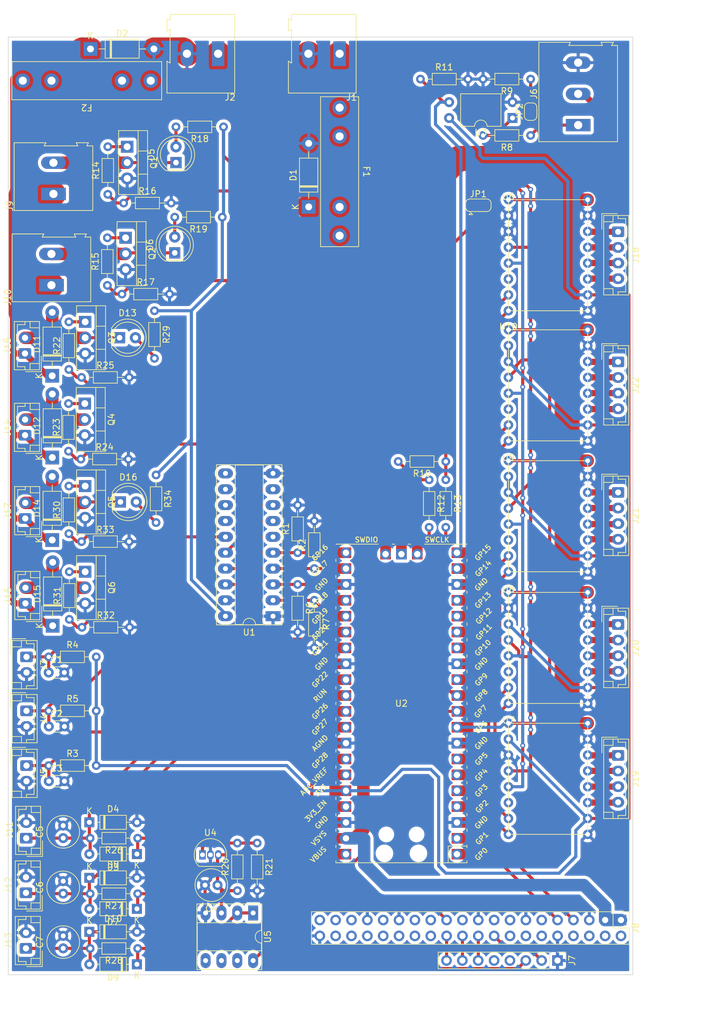
<source format=kicad_pcb>
(kicad_pcb (version 20211014) (generator pcbnew)
  (layers (0 "F.Cu" signal) (31 "B.Cu" signal) (34 "B.Paste" user) (35 "F.Paste" user) (36 "B.SilkS" user "B.Silkscreen") (37 "F.SilkS" user "F.Silkscreen") (38 "B.Mask" user) (39 "F.Mask" user) (44 "Edge.Cuts" user))
  (net 0 "")
  (net 1 "/MinX")
  (net 2 "GND")
  (net 3 "/MinY")
  (net 4 "/MinZ")
  (net 5 "/Vref")
  (net 6 "/T0")
  (net 7 "/T1")
  (net 8 "/T2")
  (net 9 "/5V")
  (net 10 "+24V")
  (net 11 "/ADC_Ref")
  (net 12 "Net-(D5-Pad1)")
  (net 13 "Net-(D5-Pad2)")
  (net 14 "Net-(D6-Pad1)")
  (net 15 "Net-(D6-Pad2)")
  (net 16 "Net-(D11-Pad2)")
  (net 17 "Net-(D12-Pad2)")
  (net 18 "Net-(D13-Pad2)")
  (net 19 "Net-(D14-Pad2)")
  (net 20 "Net-(D15-Pad2)")
  (net 21 "Net-(D16-Pad2)")
  (net 22 "Net-(F1-Pad1)")
  (net 23 "Net-(F2-Pad1)")
  (net 24 "Net-(J6-Pad1)")
  (net 25 "/3V3_Pi")
  (net 26 "/Ceo")
  (net 29 "/Mosi")
  (net 30 "/Miso")
  (net 31 "/Sclk")
  (net 35 "/D-")
  (net 37 "/D+")
  (net 58 "Net-(J18-Pad1)")
  (net 59 "Net-(J18-Pad2)")
  (net 60 "Net-(J18-Pad3)")
  (net 61 "Net-(J18-Pad4)")
  (net 62 "Net-(J19-Pad1)")
  (net 63 "Net-(J19-Pad2)")
  (net 64 "Net-(J19-Pad3)")
  (net 65 "Net-(J19-Pad4)")
  (net 66 "Net-(J20-Pad1)")
  (net 67 "Net-(J20-Pad2)")
  (net 68 "Net-(J20-Pad3)")
  (net 69 "Net-(J20-Pad4)")
  (net 70 "Net-(J21-Pad1)")
  (net 71 "Net-(J21-Pad2)")
  (net 72 "Net-(J21-Pad3)")
  (net 73 "Net-(J21-Pad4)")
  (net 74 "Net-(J22-Pad1)")
  (net 75 "Net-(J22-Pad2)")
  (net 76 "Net-(J22-Pad3)")
  (net 77 "Net-(J22-Pad4)")
  (net 78 "/PDN")
  (net 79 "/UART")
  (net 80 "/TMC_U")
  (net 81 "Net-(JP2-Pad2)")
  (net 82 "Net-(Q1-Pad1)")
  (net 83 "Net-(Q2-Pad1)")
  (net 84 "Net-(Q3-Pad1)")
  (net 85 "Net-(Q4-Pad1)")
  (net 86 "Net-(Q5-Pad1)")
  (net 87 "Net-(Q6-Pad1)")
  (net 88 "/Fan_Print")
  (net 89 "/Fan_PWR")
  (net 90 "/3V3")
  (net 91 "/Heat_Bed")
  (net 92 "/Extruder")
  (net 93 "Net-(R8-Pad2)")
  (net 94 "Net-(R10-Pad2)")
  (net 95 "/Sw")
  (net 96 "/USART_Tx")
  (net 97 "/USART_Rx")
  (net 98 "/Ext")
  (net 99 "/Bed")
  (net 100 "Net-(R20-Pad2)")
  (net 101 "/Fan0")
  (net 102 "/Fan1")
  (net 111 "/DirX")
  (net 112 "/StepX")
  (net 113 "/DirY")
  (net 114 "/StepY")
  (net 115 "/En")
  (net 116 "/DirZ0")
  (net 117 "/StepZ0")
  (net 118 "/DirZ1")
  (net 119 "/StepZ1")
  (net 120 "/DirE")
  (net 121 "/StepE")
  (footprint "Diode_THT:D_DO-41_SOD81_P10.16mm_Horizontal" (layer "F.Cu") (at 46.358 123.441 90)
    (fp_text reference "D15")
    (fp_text value "1N5819")
  )
  (footprint "Package_TO_SOT_THT:TO-92_Inline" (layer "F.Cu") (at 70.361 160.123)
    (fp_text reference "U4")
    (fp_text value "TL431LP")
  )
  (footprint "Connector_JST:JST_EH_B2B-EH-A_1x02_P2.50mm_Vertical" (layer "F.Cu") (at 42.167 145.833 -90)
    (fp_text reference "J5")
    (fp_text value "Min_Z")
  )
  (footprint "TerminalBlock:TerminalBlock_Altech_AK300-2_P5.00mm" (layer "F.Cu") (at 72.872 31.874 180)
    (fp_text reference "J2")
    (fp_text value "24V Input")
  )
  (footprint "Resistor_THT:R_Axial_DIN0204_L3.6mm_D1.6mm_P7.62mm_Horizontal" (layer "F.Cu") (at 109.347 97.155 180)
    (fp_text reference "R10")
    (fp_text value "1k")
  )
  (footprint "Resistor_THT:R_Axial_DIN0204_L3.6mm_D1.6mm_P7.62mm_Horizontal" (layer "F.Cu") (at 59.982 175.11 180)
    (fp_text reference "R28")
    (fp_text value "4.7k")
  )
  (footprint "LED_THT:LED_D5.0mm" (layer "F.Cu") (at 65.916 63.756 90)
    (fp_text reference "D6")
    (fp_text value "LED_Small")
  )
  (footprint "Resistor_THT:R_Axial_DIN0204_L3.6mm_D1.6mm_P7.62mm_Horizontal" (layer "F.Cu") (at 79.124 158.239 -90)
    (fp_text reference "R21")
    (fp_text value "10k")
  )
  (footprint "Package_TO_SOT_THT:TO-220-3_Vertical" (layer "F.Cu") (at 51.565 74.8 -90)
    (fp_text reference "Q3")
    (fp_text value "IRF540N")
  )
  (footprint "Resistor_THT:R_Axial_DIN0204_L3.6mm_D1.6mm_P7.62mm_Horizontal" (layer "F.Cu") (at 57.463 70.355)
    (fp_text reference "R17")
    (fp_text value "100k")
  )
  (footprint "Capacitor_THT:C_Radial_D5.0mm_H11.0mm_P2.00mm" (layer "F.Cu") (at 72.774 164.97 180)
    (fp_text reference "C4")
    (fp_text value "2.2uF")
  )
  (footprint "moje:TMC2209" (layer "F.Cu") (at 119.383 55.242)
    (fp_text reference "U6")
    (fp_text value "TMC2209")
  )
  (footprint "Resistor_THT:R_Axial_DIN0204_L3.6mm_D1.6mm_P7.62mm_Horizontal" (layer "F.Cu") (at 50.986 83.69)
    (fp_text reference "R25")
    (fp_text value "100k")
  )
  (footprint "Package_DIP:DIP-8_W7.62mm_Socket_LongPads" (layer "F.Cu") (at 78.479 169.425 -90)
    (fp_text reference "U5")
    (fp_text value "LM358")
  )
  (footprint "Package_DIP:DIP-4_W10.16mm" (layer "F.Cu") (at 120.038 42.166 180)
    (fp_text reference "U3")
    (fp_text value "LTV-817M")
  )
  (footprint "Resistor_THT:R_Axial_DIN0204_L3.6mm_D1.6mm_P7.62mm_Horizontal" (layer "F.Cu") (at 49.025 122.425 90)
    (fp_text reference "R31")
    (fp_text value "10")
  )
  (footprint "Package_TO_SOT_THT:TO-220-3_Vertical" (layer "F.Cu") (at 58.042 61.338 -90)
    (fp_text reference "Q2")
    (fp_text value "IRF540N")
  )
  (footprint "Resistor_THT:R_Axial_DIN0204_L3.6mm_D1.6mm_P7.62mm_Horizontal" (layer "F.Cu") (at 62.924 99.311 -90)
    (fp_text reference "R34")
    (fp_text value "1k")
  )
  (footprint "TerminalBlock:TerminalBlock_Altech_AK300-2_P5.00mm" (layer "F.Cu") (at 46.16 68.929 90)
    (fp_text reference "J10")
    (fp_text value "Heat_Bed")
  )
  (footprint "Resistor_THT:R_Axial_DIN0204_L3.6mm_D1.6mm_P7.62mm_Horizontal" (layer "F.Cu") (at 73.734 43.587 180)
    (fp_text reference "R18")
    (fp_text value "1k")
  )
  (footprint "Capacitor_THT:C_Radial_D5.0mm_H11.0mm_P2.00mm" (layer "F.Cu") (at 48.044 157.441 90)
    (fp_text reference "C5")
    (fp_text value "10uF")
  )
  (footprint "Resistor_THT:R_Axial_DIN0204_L3.6mm_D1.6mm_P7.62mm_Horizontal" (layer "F.Cu") (at 122.939 44.955 180)
    (fp_text reference "R8")
    (fp_text value "1k")
  )
  (footprint "MCU_RaspberryPi_and_Boards:RPi_Pico_SMD_TH" (layer "F.Cu") (at 102.238 135.887 180)
    (fp_text reference "U2")
    (fp_text value "Pico")
  )
  (footprint "Capacitor_THT:C_Radial_D5.0mm_H11.0mm_P2.00mm" (layer "F.Cu") (at 48.044 175.094 90)
    (fp_text reference "C7")
    (fp_text value "10uF")
  )
  (footprint "Resistor_THT:R_Axial_DIN0204_L3.6mm_D1.6mm_P7.62mm_Horizontal" (layer "F.Cu") (at 50.874 96.771)
    (fp_text reference "R24")
    (fp_text value "100k")
  )
  (footprint "Diode_THT:D_DO-35_SOD27_P7.62mm_Horizontal" (layer "F.Cu") (at 52.235 172.443)
    (fp_text reference "D10")
    (fp_text value "1N4448")
  )
  (footprint "Resistor_THT:R_Axial_DIN0204_L3.6mm_D1.6mm_P7.62mm_Horizontal" (layer "F.Cu") (at 57.732 55.779)
    (fp_text reference "R16")
    (fp_text value "100k")
  )
  (footprint "Connector_JST:JST_EH_B2B-EH-A_1x02_P2.50mm_Vertical" (layer "F.Cu") (at 41.994 119.865 90)
    (fp_text reference "J16")
    (fp_text value "Fan1")
  )
  (footprint "Jumper:SolderJumper-2_P1.3mm_Open_RoundedPad1.0x1.5mm" (layer "F.Cu") (at 122.939 41.145 90)
    (fp_text reference "JP2")
    (fp_text value "PNP/NPN")
  )
  (footprint "Connector_JST:JST_EH_B2B-EH-A_1x02_P2.50mm_Vertical" (layer "F.Cu") (at 41.923 79.86 90)
    (fp_text reference "J15")
    (fp_text value "Fan0")
  )
  (footprint "Package_DIP:DIP-20_W7.62mm_Socket_LongPads" (layer "F.Cu") (at 81.664 121.917 180)
    (fp_text reference "U1")
    (fp_text value "74HCT541")
  )
  (footprint "Resistor_THT:R_Axial_DIN0204_L3.6mm_D1.6mm_P7.62mm_Horizontal" (layer "F.Cu") (at 109.347 100.076 -90)
    (fp_text reference "R13")
    (fp_text value "100")
  )
  (footprint "LED_THT:LED_D5.0mm" (layer "F.Cu") (at 57.209 103.629)
    (fp_text reference "D16")
    (fp_text value "LED_Small")
  )
  (footprint "Package_TO_SOT_THT:TO-220-3_Vertical" (layer "F.Cu") (at 58.296 46.762 -90)
    (fp_text reference "Q1")
    (fp_text value "IRF540N")
  )
  (footprint "moje:TMC2209" (layer "F.Cu") (at 119.383 118.107)
    (fp_text reference "U8")
    (fp_text value "TMC2209")
  )
  (footprint "Diode_THT:D_DO-35_SOD27_P7.62mm_Horizontal" (layer "F.Cu") (at 52.235 154.917)
    (fp_text reference "D4")
    (fp_text value "1N4448")
  )
  (footprint "Resistor_THT:R_Axial_DIN0204_L3.6mm_D1.6mm_P7.62mm_Horizontal" (layer "F.Cu") (at 45.723 145.833)
    (fp_text reference "R3")
    (fp_text value "10k")
  )
  (footprint "Resistor_THT:R_Axial_DIN0204_L3.6mm_D1.6mm_P7.62mm_Horizontal" (layer "F.Cu") (at 73.536 58.036 180)
    (fp_text reference "R19")
    (fp_text value "1k")
  )
  (footprint "Jumper:SolderJumper-3_P1.3mm_Open_RoundedPad1.0x1.5mm" (layer "F.Cu") (at 114.554 56.134)
    (fp_text reference "JP1")
    (fp_text value "PDN/UART")
  )
  (footprint "Capacitor_THT:C_Disc_D3.0mm_W1.6mm_P2.50mm" (layer "F.Cu") (at 45.743 139.57)
    (fp_text reference "C2")
    (fp_text value "0.1uF")
  )
  (footprint "Connector_JST:JST_EH_B2B-EH-A_1x02_P2.50mm_Vertical" (layer "F.Cu") (at 42.075 175.09 90)
    (fp_text reference "J13")
    (fp_text value "T2")
  )
  (footprint "Resistor_THT:R_Axial_DIN0204_L3.6mm_D1.6mm_P7.62mm_Horizontal" (layer "F.Cu") (at 48.954 82.42 90)
    (fp_text reference "R22")
    (fp_text value "10")
  )
  (footprint "Connector_JST:JST_EH_B2B-EH-A_1x02_P2.50mm_Vertical" (layer "F.Cu") (at 42.121 157.457 90)
    (fp_text reference "J11")
    (fp_text value "T0")
  )
  (footprint "Resistor_THT:R_Axial_DIN0204_L3.6mm_D1.6mm_P7.62mm_Horizontal" (layer "F.Cu") (at 88.278 119.373 -90)
    (fp_text reference "R7")
    (fp_text value "10k")
  )
  (footprint "Diode_THT:D_DO-41_SOD81_P10.16mm_Horizontal" (layer "F.Cu") (at 87.376 56.388 90)
    (fp_text reference "D1")
    (fp_text value "1N4001")
  )
  (footprint "Connector_PinHeader_2.54mm:PinHeader_2x20_P2.54mm_Vertical" (layer "F.Cu") (at 137.417 170.558 -90)
    (fp_text reference "J8")
    (fp_text value "Raspberry Pi 3B")
  )
  (footprint "TerminalBlock:TerminalBlock_Altech_AK300-2_P5.00mm" (layer "F.Cu") (at 46.485 54.324 90)
    (fp_text reference "J9")
    (fp_text value "Extruder")
  )
  (footprint "Connector_PinHeader_2.54mm:PinHeader_1x08_P2.54mm_Vertical" (layer "F.Cu") (at 127.242 177.035 -90)
    (fp_text reference "J7")
    (fp_text value "ADX345")
  )
  (footprint "Diode_THT:D_DO-41_SOD81_P10.16mm_Horizontal" (layer "F.Cu") (at 52.417 31.112)
    (fp_text reference "D2")
    (fp_text value "1N4001")
  )
  (footprint "Connector_JST:JST_EH_B2B-EH-A_1x02_P2.50mm_Vertical" (layer "F.Cu") (at 41.938 92.941 90)
    (fp_text reference "J14")
    (fp_text value "Fan0")
  )
  (footprint "Connector_JST:JST_EH_B4B-EH-A_1x04_P2.50mm_Vertical" (layer "F.Cu") (at 136.955 81.21 -90)
    (fp_text reference "J22")
    (fp_text value "Z2")
  )
  (footprint "Connector_JST:JST_EH_B2B-EH-A_1x02_P2.50mm_Vertical" (layer "F.Cu") (at 42.075 166.2 90)
    (fp_text reference "J12")
    (fp_text value "T1")
  )
  (footprint "Resistor_THT:R_Axial_DIN0204_L3.6mm_D1.6mm_P7.62mm_Horizontal" (layer "F.Cu") (at 50.986 109.979)
    (fp_text reference "R33")
    (fp_text value "100k")
  )
  (footprint "Resistor_THT:R_Axial_DIN0204_L3.6mm_D1.6mm_P7.62mm_Horizontal" (layer "F.Cu") (at 106.68 100.076 -90)
    (fp_text reference "R12")
    (fp_text value "100")
  )
  (footprint "Diode_THT:D_DO-41_SOD81_P10.16mm_Horizontal" (layer "F.Cu") (at 46.302 96.517 90)
    (fp_text reference "D12")
    (fp_text value "1N5819")
  )
  (footprint "Package_TO_SOT_THT:TO-220-3_Vertical" (layer "F.Cu") (at 51.565 114.805 -90)
    (fp_text reference "Q6")
    (fp_text value "IRF540N")
  )
  (footprint "Diode_THT:D_DO-35_SOD27_P7.62mm_Horizontal" (layer "F.Cu") (at 59.855 168.76 180)
    (fp_text reference "D7")
    (fp_text value "1N4448")
  )
  (footprint "Resistor_THT:R_Axial_DIN0204_L3.6mm_D1.6mm_P7.62mm_Horizontal" (layer "F.Cu") (at 62.67 73.022 -90)
    (fp_text reference "R29")
    (fp_text value "1k")
  )
  (footprint "Diode_THT:D_DO-35_SOD27_P7.62mm_Horizontal" (layer "F.Cu") (at 59.855 177.65 180)
    (fp_text reference "D9")
    (fp_text value "1N4448")
  )
  (footprint "Diode_THT:D_DO-41_SOD81_P10.16mm_Horizontal" (layer "F.Cu") (at 46.287 83.436 90)
    (fp_text reference "D11")
    (fp_text value "1N5819")
  )
  (footprint "Resistor_THT:R_Axial_DIN0204_L3.6mm_D1.6mm_P7.62mm_Horizontal" (layer "F.Cu") (at 55.121 68.958 90)
    (fp_text reference "R15")
    (fp_text value "10")
  )
  (footprint "Connector_JST:JST_EH_B2B-EH-A_1x02_P2.50mm_Vertical" (layer "F.Cu") (at 42.167 128.434 -90)
    (fp_text reference "J3")
    (fp_text value "Min_X")
  )
  (footprint "Resistor_THT:R_Axial_DIN0204_L3.6mm_D1.6mm_P7.62mm_Horizontal" (layer "F.Cu") (at 45.723 128.434)
    (fp_text reference "R4")
    (fp_text value "10k")
  )
  (footprint "Resistor_THT:R_Axial_DIN0204_L3.6mm_D1.6mm_P7.62mm_Horizontal" (layer "F.Cu") (at 55.192 54.382 90)
    (fp_text reference "R14")
    (fp_text value "10")
  )
  (footprint "Resistor_THT:R_Axial_DIN0204_L3.6mm_D1.6mm_P7.62mm_Horizontal" (layer "F.Cu") (at 48.898 95.501 90)
    (fp_text reference "R23")
    (fp_text value "10")
  )
  (footprint "Capacitor_THT:C_Radial_D5.0mm_H11.0mm_P2.00mm" (layer "F.Cu") (at 48.044 166.331 90)
    (fp_text reference "C6")
    (fp_text value "10uF")
  )
  (footprint "Fuse:Fuseholder_Littelfuse_100_series_5x20mm" (layer "F.Cu") (at 62.069 36.192 180)
    (fp_text reference "F2")
    (fp_text value "Fuse")
  )
  (footprint "Resistor_THT:R_Axial_DIN0204_L3.6mm_D1.6mm_P7.62mm_Horizontal" (layer "F.Cu") (at 88.278 114.293 90)
    (fp_text reference "R2")
    (fp_text value "10k")
  )
  (footprint "moje:TMC2209" (layer "F.Cu") (at 119.383 139.062)
    (fp_text reference "U7")
    (fp_text value "TMC2209")
  )
  (footprint "Connector_JST:JST_EH_B4B-EH-A_1x04_P2.50mm_Vertical" (layer "F.Cu") (at 136.955 60.382 -90)
    (fp_text reference "J18")
    (fp_text value "E")
  )
  (footprint "Capacitor_THT:C_Disc_D3.0mm_W1.6mm_P2.50mm" (layer "F.Cu") (at 45.723 130.934)
    (fp_text reference "C1")
    (fp_text value "0.1uF")
  )
  (footprint "Resistor_THT:R_Axial_DIN0204_L3.6mm_D1.6mm_P7.62mm_Horizontal" (layer "F.Cu") (at 45.723 137.07)
    (fp_text reference "R5")
    (fp_text value "10k")
  )
  (footprint "TerminalBlock:TerminalBlock_Altech_AK300-2_P5.00mm" (layer "F.Cu") (at 92.332 31.874 180)
    (fp_text reference "J1")
    (fp_text value "5V Input")
  )
  (footprint "Resistor_THT:R_Axial_DIN0204_L3.6mm_D1.6mm_P7.62mm_Horizontal" (layer "F.Cu") (at 59.982 166.347 180)
    (fp_text reference "R27")
    (fp_text value "4.7k")
  )
  (footprint "Diode_THT:D_DO-41_SOD81_P10.16mm_Horizontal" (layer "F.Cu") (at 46.287 109.725 90)
    (fp_text reference "D14")
    (fp_text value "1N5819")
  )
  (footprint "Connector_JST:JST_EH_B4B-EH-A_1x04_P2.50mm_Vertical" (layer "F.Cu") (at 136.955 123.247 -90)
    (fp_text reference "J20")
    (fp_text value "Y")
  )
  (footprint "Connector_JST:JST_EH_B2B-EH-A_1x02_P2.50mm_Vertical" (layer "F.Cu") (at 42.167 137.07 -90)
    (fp_text reference "J4")
    (fp_text value "Min_Y")
  )
  (footprint "Connector_JST:JST_EH_B2B-EH-A_1x02_P2.50mm_Vertical" (layer "F.Cu") (at 41.969 106.276 90)
    (fp_text reference "J17")
    (fp_text value "Fan1")
  )
  (footprint "Diode_THT:D_DO-35_SOD27_P7.62mm_Horizontal" (layer "F.Cu") (at 59.855 159.997 180)
    (fp_text reference "D3")
    (fp_text value "1N4448")
  )
  (footprint "Resistor_THT:R_Axial_DIN0204_L3.6mm_D1.6mm_P7.62mm_Horizontal" (layer "F.Cu") (at 122.939 35.938 180)
    (fp_text reference "R9")
    (fp_text value "10k")
  )
  (footprint "Resistor_THT:R_Axial_DIN0204_L3.6mm_D1.6mm_P7.62mm_Horizontal" (layer "F.Cu") (at 48.954 108.709 90)
    (fp_text reference "R30")
    (fp_text value "10")
  )
  (footprint "LED_THT:LED_D5.0mm" (layer "F.Cu") (at 66.114 49.307 90)
    (fp_text reference "D5")
    (fp_text value "LED_Small")
  )
  (footprint "Connector_JST:JST_EH_B4B-EH-A_1x04_P2.50mm_Vertical" (layer "F.Cu") (at 136.955 102.105 -90)
    (fp_text reference "J21")
    (fp_text value "Z1")
  )
  (footprint "Resistor_THT:R_Axial_DIN0204_L3.6mm_D1.6mm_P7.62mm_Horizontal" (layer "F.Cu") (at 75.949 165.859 90)
    (fp_text reference "R20")
    (fp_text value "2k")
  )
  (footprint "moje:TMC2209" (layer "F.Cu") (at 119.383 97.025)
    (fp_text reference "U9")
    (fp_text value "TMC2209")
  )
  (footprint "Resistor_THT:R_Axial_DIN0204_L3.6mm_D1.6mm_P7.62mm_Horizontal" (layer "F.Cu") (at 51.057 123.695)
    (fp_text reference "R32")
    (fp_text value "100k")
  )
  (footprint "Package_TO_SOT_THT:TO-220-3_Vertical" (layer "F.Cu") (at 51.565 101.089 -90)
    (fp_text reference "Q5")
    (fp_text value "IRF540N")
  )
  (footprint "Fuse:Fuseholder_Littelfuse_100_series_5x20mm" (layer "F.Cu") (at 92.332 40.51 -90)
    (fp_text reference "F1")
    (fp_text value "Fuse")
  )
  (footprint "Connector_JST:JST_EH_B4B-EH-A_1x04_P2.50mm_Vertical" (layer "F.Cu") (at 136.955 144.202 -90)
    (fp_text reference "J19")
    (fp_text value "X")
  )
  (footprint "Diode_THT:D_DO-35_SOD27_P7.62mm_Horizontal" (layer "F.Cu") (at 52.235 163.807)
    (fp_text reference "D8")
    (fp_text value "1N4448")
  )
  (footprint "TerminalBlock:TerminalBlock_Altech_AK300-3_P5.00mm" (layer "F.Cu") (at 130.559 43.304 90)
    (fp_text reference "J6")
    (fp_text value "Probe")
  )
  (footprint "Package_TO_SOT_THT:TO-220-3_Vertical" (layer "F.Cu") (at 51.509 87.881 -90)
    (fp_text reference "Q4")
    (fp_text value "IRF540N")
  )
  (footprint "LED_THT:LED_D5.0mm" (layer "F.Cu") (at 57.082 77.34)
    (fp_text reference "D13")
    (fp_text value "LED_Small")
  )
  (footprint "Resistor_THT:R_Axial_DIN0204_L3.6mm_D1.6mm_P7.62mm_Horizontal" (layer "F.Cu") (at 59.982 157.457 180)
    (fp_text reference "R26")
    (fp_text value "4.7k")
  )
  (footprint "moje:TMC2209" (layer "F.Cu") (at 119.383 76.07)
    (fp_text reference "U10")
    (fp_text value "TMC2209")
  )
  (footprint "Resistor_THT:R_Axial_DIN0204_L3.6mm_D1.6mm_P7.62mm_Horizontal" (layer "F.Cu") (at 105.286 35.938)
    (fp_text reference "R11")
    (fp_text value "10k")
  )
  (footprint "Capacitor_THT:C_Disc_D3.0mm_W1.6mm_P2.50mm" (layer "F.Cu") (at 45.743 148.333)
    (fp_text reference "C3")
    (fp_text value "0.1uF")
  )
  (footprint "Resistor_THT:R_Axial_DIN0204_L3.6mm_D1.6mm_P7.62mm_Horizontal" (layer "F.Cu") (at 85.611 111.753 90)
    (fp_text reference "R1")
    (fp_text value "10k")
  )
  (footprint "Resistor_THT:R_Axial_DIN0204_L3.6mm_D1.6mm_P7.62mm_Horizontal" (layer "F.Cu") (at 85.611 116.833 -90)
    (fp_text reference "R6")
    (fp_text value "10k")
  )
  (gr_rect (start 139.319 179.324) (end 39.243 29.21) (layer "Edge.Cuts") (width 0.1) (fill none))
  (segment (start 48.554 125.603) (end 45.723 128.434) (width 0.5) (layer "F.Cu") (net 1))
  (segment (start 93.348 124.457) (end 88.141 124.457) (width 0.5) (layer "F.Cu") (net 1))
  (segment (start 45.723 130.934) (end 45.723 128.434) (width 0.5) (layer "F.Cu") (net 1))
  (segment (start 88.141 124.457) (end 86.995 125.603) (width 0.5) (layer "F.Cu") (net 1))
  (segment (start 45.723 128.434) (end 42.167 128.434) (width 0.5) (layer "F.Cu") (net 1))
  (segment (start 86.995 125.603) (end 48.554 125.603) (width 0.5) (layer "F.Cu") (net 1))
  (segment (start 70.774 169.34) (end 70.859 169.425) (width 0.5) (layer "F.Cu") (net 2))
  (segment (start 48.37 130.974) (end 48.263 130.974) (width 0.5) (layer "F.Cu") (net 2))
  (segment (start 87.376 46.228) (end 87.376 31.918) (width 4) (layer "F.Cu") (net 2))
  (segment (start 70.774 164.97) (end 71.631 164.113) (width 0.5) (layer "F.Cu") (net 2))
  (segment (start 71.631 164.113) (end 71.631 160.123) (width 0.5) (layer "F.Cu") (net 2))
  (segment (start 67.28 31.282) (end 62.577 31.282) (width 4) (layer "F.Cu") (net 2))
  (segment (start 127.242 177.035) (end 127.242 173.113) (width 0.5) (layer "F.Cu") (net 2))
  (segment (start 127.242 173.113) (end 127.257 173.098) (width 0.5) (layer "F.Cu") (net 2))
  (segment (start 87.376 31.918) (end 87.332 31.874) (width 4) (layer "F.Cu") (net 2))
  (segment (start 70.774 164.97) (end 70.774 169.34) (width 0.5) (layer "F.Cu") (net 2))
  (segment (start 67.872 31.874) (end 67.28 31.282) (width 4) (layer "F.Cu") (net 2))
  (segment (start 45.743 139.57) (end 45.743 137.09) (width 0.5) (layer "F.Cu") (net 3))
  (segment (start 56.518 128.267) (end 49.66 135.125) (width 0.5) (layer "F.Cu") (net 3))
  (segment (start 45.723 136.395) (end 45.723 137.07) (width 0.5) (layer "F.Cu") (net 3))
  (segment (start 46.993 135.125) (end 45.723 136.395) (width 0.5) (layer "F.Cu") (net 3))
  (segment (start 45.723 137.07) (end 42.167 137.07) (width 0.5) (layer "F.Cu") (net 3))
  (segment (start 93.348 126.997) (end 90.808 126.997) (width 0.5) (layer "F.Cu") (net 3))
  (segment (start 90.808 126.997) (end 89.538 128.267) (width 0.5) (layer "F.Cu") (net 3))
  (segment (start 49.66 135.125) (end 46.993 135.125) (width 0.5) (layer "F.Cu") (net 3))
  (segment (start 45.743 137.09) (end 45.723 137.07) (width 0.5) (layer "F.Cu") (net 3))
  (segment (start 89.538 128.267) (end 56.518 128.267) (width 0.5) (layer "F.Cu") (net 3))
  (segment (start 45.743 148.333) (end 45.743 145.853) (width 0.5) (layer "F.Cu") (net 4))
  (segment (start 93.348 132.077) (end 62.741 132.077) (width 0.5) (layer "F.Cu") (net 4))
  (segment (start 62.741 132.077) (end 54.359 140.459) (width 0.5) (layer "F.Cu") (net 4))
  (segment (start 42.167 145.833) (end 45.723 145.833) (width 0.5) (layer "F.Cu") (net 4))
  (segment (start 54.359 140.459) (end 51.097 140.459) (width 0.5) (layer "F.Cu") (net 4))
  (segment (start 51.097 140.459) (end 45.723 145.833) (width 0.5) (layer "F.Cu") (net 4))
  (segment (start 45.743 145.853) (end 45.723 145.833) (width 0.5) (layer "F.Cu") (net 4))
  (segment (start 89.284 147.317) (end 93.348 147.317) (width 0.5) (layer "F.Cu") (net 5))
  (segment (start 75.949 165.859) (end 73.663 165.859) (width 0.5) (layer "F.Cu") (net 5))
  (segment (start 73.663 165.859) (end 72.774 164.97) (width 0.5) (layer "F.Cu") (net 5))
  (segment (start 73.399 169.425) (end 73.399 165.595) (width 0.5) (layer "F.Cu") (net 5))
  (segment (start 81.685 160.123) (end 87.884 153.924) (width 0.5) (layer "F.Cu") (net 5))
  (segment (start 72.774 160.25) (end 72.901 160.123) (width 0.5) (layer "F.Cu") (net 5))
  (segment (start 72.901 160.123) (end 81.685 160.123) (width 0.5) (layer "F.Cu") (net 5))
  (segment (start 87.884 153.924) (end 87.884 148.717) (width 0.5) (layer "F.Cu") (net 5))
  (segment (start 87.884 148.717) (end 89.284 147.317) (width 0.5) (layer "F.Cu") (net 5))
  (segment (start 73.399 165.595) (end 72.774 164.97) (width 0.5) (layer "F.Cu") (net 5))
  (segment (start 72.774 164.97) (end 72.774 160.25) (width 0.5) (layer "F.Cu") (net 5))
  (segment (start 52.2 152.397) (end 67.44 137.157) (width 0.5) (layer "F.Cu") (net 6))
  (segment (start 52.235 154.917) (end 52.235 152.432) (width 0.5) (layer "F.Cu") (net 6))
  (segment (start 42.137 157.441) (end 48.044 157.441) (width 0.5) (layer "F.Cu") (net 6))
  (segment (start 52.362 157.457) (end 52.362 159.87) (width 0.5) (layer "F.Cu") (net 6))
  (segment (start 52.362 159.87) (end 52.235 159.997) (width 0.5) (layer "F.Cu") (net 6))
  (segment (start 67.44 137.157) (end 93.348 137.157) (width 0.5) (layer "F.Cu") (net 6))
  (segment (start 48.044 157.441) (end 52.346 157.441) (width 0.5) (layer "F.Cu") (net 6))
  (segment (start 42.121 157.457) (end 42.137 157.441) (width 0.5) (layer "F.Cu") (net 6))
  (segment (start 52.235 154.917) (end 52.235 157.33) (width 0.5) (layer "F.Cu") (net 6))
  (segment (start 52.235 152.432) (end 52.2 152.397) (width 0.5) (layer "F.Cu") (net 6))
  (segment (start 52.346 157.441) (end 52.362 157.457) (width 0.5) (layer "F.Cu") (net 6))
  (segment (start 52.235 157.33) (end 52.362 157.457) (width 0.5) (layer "F.Cu") (net 6))
  (segment (start 48.06 166.347) (end 48.044 166.331) (width 0.5) (layer "F.Cu") (net 7))
  (segment (start 54.486 153.286) (end 54.486 162.303) (width 0.5) (layer "F.Cu") (net 7))
  (segment (start 54.486 162.303) (end 52.982 163.807) (width 0.5) (layer "F.Cu") (net 7))
  (segment (start 68.075 139.697) (end 54.486 153.286) (width 0.5) (layer "F.Cu") (net 7))
  (segment (start 48.044 166.331) (end 42.206 166.331) (width 0.5) (layer "F.Cu") (net 7))
  (segment (start 52.362 166.347) (end 52.362 168.633) (width 0.5) (layer "F.Cu") (net 7))
  (segment (start 93.348 139.697) (end 68.075 139.697) (width 0.5) (layer "F.Cu") (net 7))
  (segment (start 52.362 166.347) (end 48.06 166.347) (width 0.5) (layer "F.Cu") (net 7))
  (segment (start 52.235 166.22) (end 52.362 166.347) (width 0.5) (layer "F.Cu") (net 7))
  (segment (start 52.362 168.633) (end 52.235 168.76) (width 0.5) (layer "F.Cu") (net 7))
  (segment (start 42.206 166.331) (end 42.075 166.2) (width 0.5) (layer "F.Cu") (net 7))
  (segment (start 52.235 163.807) (end 52.235 166.22) (width 0.5) (layer "F.Cu") (net 7))
  (segment (start 52.982 163.807) (end 52.235 163.807) (width 0.5) (layer "F.Cu") (net 7))
  (segment (start 52.346 175.094) (end 52.362 175.11) (width 0.5) (layer "F.Cu") (net 8))
  (segment (start 42.075 175.09) (end 42.079 175.094) (width 0.5) (layer "F.Cu") (net 8))
  (segment (start 53.617 172.443) (end 52.235 172.443) (width 0.5) (layer "F.Cu") (net 8))
  (segment (start 93.348 144.777) (end 66.17 144.777) (width 0.5) (layer "F.Cu") (net 8))
  (segment (start 52.235 174.983) (end 52.362 175.11) (width 0.5) (layer "F.Cu") (net 8))
  (segment (start 55.756 155.191) (end 55.756 170.304) (width 0.5) (layer "F.Cu") (net 8))
  (segment (start 48.044 175.094) (end 52.346 175.094) (width 0.5) (layer "F.Cu") (net 8))
  (segment (start 52.362 175.11) (end 52.362 177.523) (width 0.5) (layer "F.Cu") (net 8))
  (segment (start 66.17 144.777) (end 55.756 155.191) (width 0.5) (layer "F.Cu") (net 8))
  (segment (start 52.362 177.523) (end 52.235 177.65) (width 0.5) (layer "F.Cu") (net 8))
  (segment (start 42.079 175.094) (end 48.044 175.094) (width 0.5) (layer "F.Cu") (net 8))
  (segment (start 52.235 172.443) (end 52.235 174.983) (width 0.5) (layer "F.Cu") (net 8))
  (segment (start 55.756 170.304) (end 53.617 172.443) (width 0.5) (layer "F.Cu") (net 8))
  (segment (start 84.455 170.053) (end 90.424 164.084) (width 0.5) (layer "F.Cu") (net 9))
  (segment (start 96.139 156.083) (end 96.139 64.817) (width 2) (layer "F.Cu") (net 9))
  (segment (start 84.455 171.069) (end 84.455 170.053) (width 0.5) (layer "F.Cu") (net 9))
  (segment (start 73.734 48.207) (end 81.915 56.388) (width 0.5) (layer "F.Cu") (net 9))
  (segment (start 96.139 159.826) (end 96.139 156.083) (width 0.5) (layer "F.Cu") (net 9))
  (segment (start 78.479 177.045) (end 84.455 171.069) (width 0.5) (layer "F.Cu") (net 9))
  (segment (start 73.734 43.587) (end 73.734 48.207) (width 0.5) (layer "F.Cu") (net 9))
  (segment (start 91.881 164.084) (end 96.139 159.826) (width 0.5) (layer "F.Cu") (net 9))
  (segment (start 92.332 56.41) (end 92.332 61.01) (width 4) (layer "F.Cu") (net 9))
  (segment (start 94.745 157.477) (end 96.139 156.083) (width 2) (layer "F.Cu") (net 9))
  (segment (start 96.139 64.817) (end 92.332 61.01) (width 2) (layer "F.Cu") (net 9))
  (segment (start 92.31 56.388) (end 92.332 56.41) (width 4) (layer "F.Cu") (net 9))
  (segment (start 81.915 56.388) (end 87.376 56.388) (width 0.5) (layer "F.Cu") (net 9))
  (segment (start 93.348 157.477) (end 94.745 157.477) (width 2) (layer "F.Cu") (net 9))
  (segment (start 90.424 164.084) (end 91.881 164.084) (width 0.5) (layer "F.Cu") (net 9))
  (segment (start 87.376 56.388) (end 92.31 56.388) (width 4) (layer "F.Cu") (net 9))
  (segment (start 134.877 170.558) (end 137.417 170.558) (width 2) (layer "B.Cu") (net 9))
  (segment (start 96.269 157.604) (end 96.142 157.477) (width 2) (layer "B.Cu") (net 9))
  (segment (start 68.583 93.652) (end 68.583 73.022) (width 0.5) (layer "B.Cu") (net 9))
  (segment (start 96.269 161.541) (end 96.269 157.604) (width 2) (layer "B.Cu") (net 9))
  (segment (start 62.924 99.311) (end 68.583 93.652) (width 0.5) (layer "B.Cu") (net 9))
  (segment (start 73.734 43.587) (end 73.734 57.838) (width 0.5) (layer "B.Cu") (net 9))
  (segment (start 68.583 116.083767) (end 68.583 93.652) (width 0.5) (layer "B.Cu") (net 9))
  (segment (start 73.536 68.069) (end 68.583 73.022) (width 0.5) (layer "B.Cu") (net 9))
  (segment (start 74.044 121.917) (end 74.044 121.544767) (width 0.5) (layer "B.Cu") (net 9))
  (segment (start 74.044 121.544767) (end 68.583 116.083767) (width 0.5) (layer "B.Cu") (net 9))
  (segment (start 134.877 168.399) (end 131.448 164.97) (width 2) (layer "B.Cu") (net 9))
  (segment (start 96.142 157.477) (end 93.348 157.477) (width 2) (layer "B.Cu") (net 9))
  (segment (start 131.448 164.97) (end 99.698 164.97) (width 2) (layer "B.Cu") (net 9))
  (segment (start 134.877 170.558) (end 134.877 168.399) (width 2) (layer "B.Cu") (net 9))
  (segment (start 73.536 58.036) (end 73.536 68.069) (width 0.5) (layer "B.Cu") (net 9))
  (segment (start 73.734 57.838) (end 73.536 58.036) (width 0.5) (layer "B.Cu") (net 9))
  (segment (start 68.583 73.022) (end 62.67 73.022) (width 0.5) (layer "B.Cu") (net 9))
  (segment (start 99.698 164.97) (end 96.269 161.541) (width 2) (layer "B.Cu") (net 9))
  (segment (start 40.008 92.834) (end 40.008 79.88) (width 1) (layer "F.Cu") (net 10))
  (segment (start 41.994 119.865) (end 40.115 119.865) (width 1) (layer "F.Cu") (net 10))
  (segment (start 41.569 36.192) (end 46.169 36.192) (width 4) (layer "F.Cu") (net 10))
  (segment (start 41.503 54.324) (end 41.347 54.48) (width 4) (layer "F.Cu") (net 10))
  (segment (start 79.121 49.149) (end 79.121 41.783) (width 4) (layer "F.Cu") (net 10))
  (segment (start 126.117 48.641) (end 111.379 48.641) (width 4) (layer "F.Cu") (net 10))
  (segment (start 128.908 139.062) (end 128.781 138.935) (width 2) (layer "F.Cu") (net 10))
  (segment (start 108.712 51.308) (end 81.28 51.308) (width 4) (layer "F.Cu") (net 10))
  (segment (start 40.115 92.941) (end 40.008 92.834) (width 1) (layer "F.Cu") (net 10))
  (segment (start 134.496 41.399) (end 134.496 45.59) (width 1) (layer "F.Cu") (net 10))
  (segment (start 46.485 54.324) (end 41.503 54.324) (width 4) (layer "F.Cu") (net 10))
  (segment (start 131.401 38.304) (end 134.496 41.399) (width 1) (layer "F.Cu") (net 10))
  (segment (start 77.73 40.392) (end 51.574 40.392) (width 4) (layer "F.Cu") (net 10))
  (segment (start 46.302 96.517) (end 45.514 96.517) (width 1) (layer "F.Cu") (net 10))
  (segment (start 111.379 48.641) (end 108.712 51.308) (width 4) (layer "F.Cu") (net 10))
  (segment (start 128.781 51.305) (end 126.117 48.641) (width 4) (layer "F.Cu") (net 10))
  (segment (start 45.418 109.725) (end 41.969 106.276) (width 1) (layer "F.Cu") (net 10))
  (segment (start 46.287 109.725) (end 45.418 109.725) (width 1) (layer "F.Cu") (net 10))
  (segment (start 128.908 55.242) (end 128.781 55.115) (width 2) (layer "F.Cu") (net 10))
  (segment (start 41.569 54.258) (end 41.569 36.192) (width 4) (layer "F.Cu") (net 10))
  (segment (start 41.321 71.963) (end 41.321 73.403) (width 4) (layer "F.Cu") (net 10))
  (segment (start 79.121 41.783) (end 77.73 40.392) (width 4) (layer "F.Cu") (net 10))
  (segment (start 46.287 83.436) (end 45.499 83.436) (width 1) (layer "F.Cu") (net 10))
  (segment (start 45.499 83.436) (end 41.923 79.86) (width 1) (layer "F.Cu") (net 10))
  (segment (start 132.083 97.025) (end 128.908 97.025) (width 2) (layer "F.Cu") (net 10))
  (segment (start 132.083 55.242) (end 128.908 55.242) (width 2) (layer "F.Cu") (net 10))
  (segment (start 40.008 106.296) (end 40.008 92.834) (width 1) (layer "F.Cu") (net 10))
  (segment (start 128.781 55.115) (end 128.781 138.935) (width 4) (layer "F.Cu") (net 10))
  (segment (start 129.035 118.107) (end 128.781 117.853) (width 2) (layer "F.Cu") (net 10))
  (segment (start 51.574 40.392) (end 51.565 40.383) (width 4) (layer "F.Cu") (net 10))
  (segment (start 40.008 79.88) (end 40.008 73.403) (width 1) (layer "F.Cu") (net 10))
  (segment (start 41.503 54.324) (end 41.569 54.258) (width 4) (layer "F.Cu") (net 10))
  (segment (start 41.347 54.48) (end 41.321 54.48) (width 4) (layer "F.Cu") (net 10))
  (segment (start 129.035 76.07) (end 128.781 75.816) (width 2) (layer "F.Cu") (net 10))
  (segment (start 46.169 36.192) (end 51.079 31.282) (width 4) (layer "F.Cu") (net 10))
  (segment (start 41.321 54.48) (end 41.321 71.963) (width 4) (layer "F.Cu") (net 10))
  (segment (start 130.559 38.304) (end 131.401 38.304) (width 1) (layer "F.Cu") (net 10))
  (segment (start 46.16 68.929) (end 44.355 68.929) (width 4) (layer "F.Cu") (net 10))
  (segment (start 41.938 92.941) (end 40.115 92.941) (width 1) (layer "F.Cu") (net 10))
  (segment (start 132.083 139.062) (end 128.908 139.062) (width 2) (layer "F.Cu") (net 10))
  (segment (start 41.923 79.86) (end 40.028 79.86) (width 1) (layer "F.Cu") (net 10))
  (segment (start 45.514 96.517) (end 41.938 92.941) (width 1) (layer "F.Cu") (net 10))
  (segment (start 46.358 123.441) (end 45.57 123.441) (width 1) (layer "F.Cu") (net 10))
  (segment (start 51.565 40.383) (end 50.36 40.383) (width 4) (layer "F.Cu") (net 10))
  (segment (start 45.57 123.441) (end 41.994 119.865) (width 1) (layer "F.Cu") (net 10))
  (segment (start 132.083 76.07) (end 129.035 76.07) (width 2) (layer "F.Cu") (net 10))
  (segment (start 40.008 119.758) (end 40.008 106.296) (width 1) (layer "F.Cu") (net 10))
  (segment (start 128.781 51.305) (end 128.781 55.115) (width 4) (layer "F.Cu") (net 10))
  (segment (start 50.36 40.383) (end 46.169 36.192) (width 4) (layer "F.Cu") (net 10))
  (segment (start 40.028 79.86) (end 40.008 79.88) (width 1) (layer "F.Cu") (net 10))
  (segment (start 128.908 97.025) (end 128.781 96.898) (width 2) (layer "F.Cu") (net 10))
  (segment (start 40.028 106.276) (end 40.008 106.296) (width 1) (layer "F.Cu") (net 10))
  (segment (start 51.079 31.282) (end 52.417 31.282) (width 4) (layer "F.Cu") (net 10))
  (segment (start 44.355 68.929) (end 41.321 71.963) (width 4) (layer "F.Cu") (net 10))
  (segment (start 132.083 118.107) (end 129.035 118.107) (width 2) (layer "F.Cu") (net 10))
  (segment (start 40.115 119.865) (end 40.008 119.758) (width 1) (layer "F.Cu") (net 10))
  (segment (start 81.28 51.308) (end 79.121 49.149) (width 4) (layer "F.Cu") (net 10))
  (segment (start 134.496 45.59) (end 128.781 51.305) (width 1) (layer "F.Cu") (net 10))
  (segment (start 41.969 106.276) (end 40.028 106.276) (width 1) (layer "F.Cu") (net 10))
  (segment (start 61.852 166.367) (end 61.852 157.477) (width 0.5) (layer "F.Cu") (net 11))
  (segment (start 59.982 166.347) (end 61.832 166.347) (width 0.5) (layer "F.Cu") (net 11))
  (segment (start 61.832 175.11) (end 61.852 175.13) (width 0.5) (layer "F.Cu") (net 11))
  (segment (start 59.982 157.457) (end 59.982 159.87) (width 0.5) (layer "F.Cu") (net 11))
  (segment (start 75.939 169.425) (end 78.479 169.425) (width 0.5) (layer "F.Cu") (net 11))
  (segment (start 59.982 177.523) (end 59.855 177.65) (width 0.5) (layer "F.Cu") (net 11))
  (segment (start 61.852 175.13) (end 61.852 166.367) (width 0.5) (layer "F.Cu") (net 11))
  (segment (start 61.832 157.457) (end 61.852 157.477) (width 0.5) (layer "F.Cu") (net 11))
  (segment (start 59.982 157.457) (end 61.832 157.457) (width 0.5) (layer "F.Cu") (net 11))
  (segment (start 59.982 159.87) (end 59.855 159.997) (width 0.5) (layer "F.Cu") (net 11))
  (segment (start 59.982 175.11) (end 61.832 175.11) (width 0.5) (layer "F.Cu") (net 11))
  (segment (start 59.982 166.347) (end 59.982 168.633) (width 0.5) (layer "F.Cu") (net 11))
  (segment (start 61.832 166.347) (end 61.852 166.367) (width 0.5) (layer "F.Cu") (net 11))
  (segment (start 59.982 175.11) (end 59.982 177.523) (width 0.5) (layer "F.Cu") (net 11))
  (segment (start 59.982 168.633) (end 59.855 168.76) (width 0.5) (layer "F.Cu") (net 11))
  (segment (start 70.234 175.13) (end 61.852 175.13) (width 0.5) (layer "F.Cu") (net 11))
  (segment (start 75.939 169.425) (end 70.234 175.13) (width 0.5) (layer "F.Cu") (net 11))
  (segment (start 58.301 49.307) (end 58.296 49.302) (width 0.5) (layer "F.Cu") (net 12))
  (segment (start 58.274 49.324) (end 58.296 49.302) (width 2) (layer "F.Cu") (net 12))
  (segment (start 46.485 49.324) (end 58.274 49.324) (width 2) (layer "F.Cu") (net 12))
  (segment (start 66.114 49.307) (end 58.301 49.307) (width 0.5) (layer "F.Cu") (net 12))
  (segment (start 66.114 46.767) (end 66.114 43.587) (width 0.5) (layer "F.Cu") (net 13))
  (segment (start 65.916 63.756) (end 58.164 63.756) (width 0.5) (layer "F.Cu") (net 14))
  (segment (start 57.991 63.929) (end 58.042 63.878) (width 2) (layer "F.Cu") (net 14))
  (segment (start 46.16 63.929) (end 57.991 63.929) (width 2) (layer "F.Cu") (net 14))
  (segment (start 58.164 63.756) (end 58.042 63.878) (width 0.5) (layer "F.Cu") (net 14))
  (segment (start 65.916 58.036) (end 65.916 61.216) (width 0.5) (layer "F.Cu") (net 15))
  (segment (start 51.545 77.36) (end 51.565 77.34) (width 2) (layer "F.Cu") (net 16))
  (segment (start 46.287 76.903) (end 45.83 77.36) (width 2) (layer "F.Cu") (net 16))
  (segment (start 45.83 77.36) (end 51.545 77.36) (width 2) (layer "F.Cu") (net 16))
  (segment (start 57.082 77.34) (end 51.565 77.34) (width 0.5) (layer "F.Cu") (net 16))
  (segment (start 41.923 77.36) (end 45.83 77.36) (width 2) (layer "F.Cu") (net 16))
  (segment (start 46.287 73.276) (end 46.287 76.903) (width 2) (layer "F.Cu") (net 16))
  (segment (start 41.938 90.441) (end 46.505 90.441) (width 2) (layer "F.Cu") (net 17))
  (segment (start 46.302 90.238) (end 46.505 90.441) (width 2) (layer "F.Cu") (net 17))
  (segment (start 46.505 90.441) (end 51.489 90.441) (width 2) (layer "F.Cu") (net 17))
  (segment (start 46.302 86.357) (end 46.302 90.238) (width 2) (layer "F.Cu") (net 17))
  (segment (start 51.489 90.441) (end 51.509 90.421) (width 2) (layer "F.Cu") (net 17))
  (segment (start 62.67 80.642) (end 62.67 80.388) (width 0.5) (layer "F.Cu") (net 18))
  (segment (start 62.67 80.388) (end 59.622 77.34) (width 0.5) (layer "F.Cu") (net 18))
  (segment (start 57.209 103.629) (end 51.565 103.629) (width 0.5) (layer "F.Cu") (net 19))
  (segment (start 51.418 103.776) (end 51.565 103.629) (width 2) (layer "F.Cu") (net 19))
  (segment (start 41.969 103.776) (end 46.251 103.776) (width 2) (layer "F.Cu") (net 19))
  (segment (start 46.287 99.565) (end 46.287 103.74) (width 2) (layer "F.Cu") (net 19))
  (segment (start 46.287 103.74) (end 46.251 103.776) (width 2) (layer "F.Cu") (net 19))
  (segment (start 46.251 103.776) (end 51.418 103.776) (width 2) (layer "F.Cu") (net 19))
  (segment (start 46.358 117.004) (end 45.997 117.365) (width 2) (layer "F.Cu") (net 20))
  (segment (start 41.994 117.365) (end 45.997 117.365) (width 2) (layer "F.Cu") (net 20))
  (segment (start 51.545 117.365) (end 51.565 117.345) (width 2) (layer "F.Cu") (net 20))
  (segment (start 46.358 113.281) (end 46.358 117.004) (width 2) (layer "F.Cu") (net 20))
  (segment (start 45.997 117.365) (end 51.545 117.365) (width 2) (layer "F.Cu") (net 20))
  (segment (start 59.749 103.756) (end 62.924 106.931) (width 0.5) (layer "F.Cu") (net 21))
  (segment (start 59.749 103.629) (end 59.749 103.756) (width 0.5) (layer "F.Cu") (net 21))
  (segment (start 92.332 31.874) (end 92.332 40.51) (width 4) (layer "F.Cu") (net 22))
  (segment (start 92.332 40.51) (end 92.332 45.11) (width 4) (layer "F.Cu") (net 22))
  (segment (start 72.139 36.192) (end 72.872 35.459) (width 4) (layer "F.Cu") (net 23))
  (segment (start 57.469 36.192) (end 62.069 36.192) (width 4) (layer "F.Cu") (net 23))
  (segment (start 62.069 36.192) (end 72.139 36.192) (width 4) (layer "F.Cu") (net 23))
  (segment (start 72.872 35.459) (end 72.872 31.874) (width 4) (layer "F.Cu") (net 23))
  (segment (start 124.448 43.304) (end 122.939 41.795) (width 0.5) (layer "F.Cu") (net 24))
  (segment (start 130.559 43.304) (end 124.59 43.304) (width 0.5) (layer "F.Cu") (net 24))
  (segment (start 124.59 43.304) (end 124.448 43.304) (width 0.5) (layer "F.Cu") (net 24))
  (segment (start 122.939 44.955) (end 124.59 43.304) (width 0.5) (layer "F.Cu") (net 24))
  (segment (start 118.748 174.749) (end 122.416 174.749) (width 0.5) (layer "F.Cu") (net 25))
  (segment (start 122.416 174.749) (end 124.702 177.035) (width 0.5) (layer "F.Cu") (net 25))
  (segment (start 117.097 173.098) (end 118.748 174.749) (width 0.5) (layer "F.Cu") (net 25))
  (segment (start 86.49 175.892) (end 86.49 169.415) (width 0.5) (layer "F.Cu") (net 26))
  (segment (start 88.933 178.335) (end 86.49 175.892) (width 0.5) (layer "F.Cu") (net 26))
  (segment (start 122.162 177.035) (end 120.862 178.335) (width 0.5) (layer "F.Cu") (net 26))
  (segment (start 86.49 169.415) (end 88.014 167.891) (width 0.5) (layer "F.Cu") (net 26))
  (segment (start 88.014 167.891) (end 106.81 167.891) (width 0.5) (layer "F.Cu") (net 26))
  (segment (start 120.862 178.335) (end 88.933 178.335) (width 0.5) (layer "F.Cu") (net 26))
  (segment (start 106.81 167.891) (end 109.477 170.558) (width 0.5) (layer "F.Cu") (net 26))
  (segment (start 114.557 177.02) (end 114.542 177.035) (width 0.5) (layer "F.Cu") (net 29))
  (segment (start 114.557 173.098) (end 114.557 177.02) (width 0.5) (layer "F.Cu") (net 29))
  (segment (start 112.017 177.02) (end 112.002 177.035) (width 0.5) (layer "F.Cu") (net 30))
  (segment (start 112.017 173.098) (end 112.017 177.02) (width 0.5) (layer "F.Cu") (net 30))
  (segment (start 109.477 173.098) (end 109.477 177.02) (width 0.5) (layer "F.Cu") (net 31))
  (segment (start 109.477 177.02) (end 109.462 177.035) (width 0.5) (layer "F.Cu") (net 31))
  (segment (start 129.797 170.558) (end 116.719 157.48) (width 0.5) (layer "F.Cu") (net 35))
  (segment (start 116.719 157.48) (end 116.586 157.48) (width 0.5) (layer "F.Cu") (net 35))
  (segment (start 116.586 157.48) (end 116.583 157.477) (width 0.5) (layer "F.Cu") (net 35))
  (segment (start 116.583 157.477) (end 111.128 157.477) (width 0.5) (layer "F.Cu") (net 35))
  (segment (start 116.716 160.017) (end 127.257 170.558) (width 0.5) (layer "F.Cu") (net 37))
  (segment (start 111.128 160.017) (end 116.716 160.017) (width 0.5) (layer "F.Cu") (net 37))
  (segment (start 132.143 60.382) (end 132.083 60.322) (width 1) (layer "F.Cu") (net 58))
  (segment (start 136.955 60.382) (end 132.143 60.382) (width 1) (layer "F.Cu") (net 58))
  (segment (start 132.103 62.882) (end 132.083 62.862) (width 1) (layer "F.Cu") (net 59))
  (segment (start 136.955 62.882) (end 132.103 62.882) (width 1) (layer "F.Cu") (net 59))
  (segment (start 136.955 65.382) (end 132.103 65.382) (width 1) (layer "F.Cu") (net 60))
  (segment (start 132.103 65.382) (end 132.083 65.402) (width 1) (layer "F.Cu") (net 60))
  (segment (start 136.955 67.882) (end 132.143 67.882) (width 1) (layer "F.Cu") (net 61))
  (segment (start 132.143 67.882) (end 132.083 67.942) (width 1) (layer "F.Cu") (net 61))
  (segment (start 136.955 144.202) (end 132.143 144.202) (width 1) (layer "F.Cu") (net 62))
  (segment (start 132.143 144.202) (end 132.083 144.142) (width 1) (layer "F.Cu") (net 62))
  (segment (start 136.935 146.682) (end 136.955 146.702) (width 1) (layer "F.Cu") (net 63))
  (segment (start 132.083 146.682) (end 136.935 146.682) (width 1) (layer "F.Cu") (net 63))
  (segment (start 132.103 149.202) (end 132.083 149.222) (width 1) (layer "F.Cu") (net 64))
  (segment (start 136.955 149.202) (end 132.103 149.202) (width 1) (layer "F.Cu") (net 64))
  (segment (start 132.083 151.762) (end 136.895 151.762) (width 1) (layer "F.Cu") (net 65))
  (segment (start 136.895 151.762) (end 136.955 151.702) (width 1) (layer "F.Cu") (net 65))
  (segment (start 132.083 123.187) (end 136.895 123.187) (width 1) (layer "F.Cu") (net 66))
  (segment (start 136.895 123.187) (end 136.955 123.247) (width 1) (layer "F.Cu") (net 66))
  (segment (start 132.103 125.747) (end 132.083 125.727) (width 1) (layer "F.Cu") (net 67))
  (segment (start 136.955 125.747) (end 132.103 125.747) (width 1) (layer "F.Cu") (net 67))
  (segment (start 136.935 128.267) (end 136.955 128.247) (width 1) (layer "F.Cu") (net 68))
  (segment (start 132.083 128.267) (end 136.935 128.267) (width 1) (layer "F.Cu") (net 68))
  (segment (start 136.955 130.747) (end 132.143 130.747) (width 1) (layer "F.Cu") (net 69))
  (segment (start 132.143 130.747) (end 132.083 130.807) (width 1) (layer "F.Cu") (net 69))
  (segment (start 132.083 102.105) (end 136.955 102.105) (width 1) (layer "F.Cu") (net 70))
  (segment (start 136.955 104.605) (end 132.123 104.605) (width 1) (layer "F.Cu") (net 71))
  (segment (start 132.123 104.605) (end 132.083 104.645) (width 1) (layer "F.Cu") (net 71))
  (segment (start 132.083 107.185) (end 136.875 107.185) (width 1) (layer "F.Cu") (net 72))
  (segment (start 136.875 107.185) (end 136.955 107.105) (width 1) (layer "F.Cu") (net 72))
  (segment (start 132.203 109.605) (end 132.083 109.725) (width 1) (layer "F.Cu") (net 73))
  (segment (start 136.955 109.605) (end 132.203 109.605) (width 1) (layer "F.Cu") (net 73))
  (segment (start 132.143 81.21) (end 132.083 81.15) (width 1) (layer "F.Cu") (net 74))
  (segment (start 136.955 81.21) (end 132.143 81.21) (width 1) (layer "F.Cu") (net 74))
  (segment (start 136.935 83.69) (end 136.955 83.71) (width 1) (layer "F.Cu") (net 75))
  (segment (start 132.083 83.69) (end 136.935 83.69) (width 1) (layer "F.Cu") (net 75))
  (segment (start 136.955 86.21) (end 132.103 86.21) (width 1) (layer "F.Cu") (net 76))
  (segment (start 132.103 86.21) (end 132.083 86.23) (width 1) (layer "F.Cu") (net 76))
  (segment (start 132.083 88.77) (end 136.895 88.77) (width 1) (layer "F.Cu") (net 77))
  (segment (start 136.895 88.77) (end 136.955 88.71) (width 1) (layer "F.Cu") (net 77))
  (segment (start 119.383 104.645) (end 120.65 103.378) (width 0.5) (layer "F.Cu") (net 78))
  (segment (start 122.936 140.081) (end 122.936 146.685) (width 0.5) (layer "F.Cu") (net 78))
  (segment (start 122.936 53.594) (end 121.412 52.07) (width 0.5) (layer "F.Cu") (net 78))
  (segment (start 119.383 125.786082) (end 120.723918 127.127) (width 0.5) (layer "F.Cu") (net 78))
  (segment (start 120.65 81.788) (end 121.539 80.899) (width 0.5) (layer "F.Cu") (net 78))
  (segment (start 122.936 80.899) (end 122.936 96.139) (width 0.5) (layer "F.Cu") (net 78))
  (segment (start 122.936 98.171) (end 122.936 100.838) (width 0.5) (layer "F.Cu") (net 78))
  (segment (start 122.936 128.397) (end 122.936 138.176) (width 0.5) (layer "F.Cu") (net 78))
  (segment (start 119.383 62.862) (end 122.806 62.862) (width 0.5) (layer "F.Cu") (net 78))
  (segment (start 122.936 62.992) (end 122.936 75.184) (width 0.5) (layer "F.Cu") (net 78))
  (segment (start 120.65 103.378) (end 120.65 102.743) (width 0.5) (layer "F.Cu") (net 78))
  (segment (start 121.412 52.07) (end 115.062 52.07) (width 0.5) (layer "F.Cu") (net 78))
  (segment (start 120.65 102.743) (end 122.555 100.838) (width 0.5) (layer "F.Cu") (net 78))
  (segment (start 122.933 146.682) (end 119.383 146.682) (width 0.5) (layer "F.Cu") (net 78))
  (segment (start 120.65 82.423) (end 120.65 81.788) (width 0.5) (layer "F.Cu") (net 78))
  (segment (start 119.383 83.69) (end 120.65 82.423) (width 0.5) (layer "F.Cu") (net 78))
  (segment (start 119.383 125.727) (end 119.383 125.786082) (width 0.5) (layer "F.Cu") (net 78))
  (segment (start 122.936 77.089) (end 122.936 80.899) (width 0.5) (layer "F.Cu") (net 78))
  (segment (start 120.777 127.127) (end 120.777 127.180082) (width 0.5) (layer "F.Cu") (net 78))
  (segment (start 120.777 127.180082) (end 121.031 127.434082) (width 0.5) (layer "F.Cu") (net 78))
  (segment (start 122.806 62.862) (end 122.936 62.992) (width 0.5) (layer "F.Cu") (net 78))
  (segment (start 121.539 80.899) (end 122.936 80.899) (width 0.5) (layer "F.Cu") (net 78))
  (segment (start 122.936 146.685) (end 122.933 146.682) (width 0.5) (layer "F.Cu") (net 78))
  (segment (start 120.723918 127.127) (end 120.777 127.127) (width 0.5) (layer "F.Cu") (net 78))
  (segment (start 122.936 100.838) (end 122.936 117.221) (width 0.5) (layer "F.Cu") (net 78))
  (segment (start 122.936 56.261) (end 122.936 62.992) (width 0.5) (layer "F.Cu") (net 78))
  (segment (start 121.285 128.397) (end 122.936 128.397) (width 0.5) (layer "F.Cu") (net 78))
  (segment (start 115.062 52.07) (end 113.254 53.878) (width 0.5) (layer "F.Cu") (net 78))
  (segment (start 113.254 53.878) (end 113.254 56.134) (width 0.5) (layer "F.Cu") (net 78))
  (segment (start 122.936 118.999) (end 122.936 128.397) (width 0.5) (layer "F.Cu") (net 78))
  (segment (start 121.031 128.143) (end 121.285 128.397) (width 0.5) (layer "F.Cu") (net 78))
  (segment (start 122.555 100.838) (end 122.936 100.838) (width 0.5) (layer "F.Cu") (net 78))
  (segment (start 122.936 56.134) (end 122.936 56.261) (width 0.5) (layer "F.Cu") (net 78))
  (segment (start 121.031 127.434082) (end 121.031 128.143) (width 0.5) (layer "F.Cu") (net 78))
  (via (at 122.936 138.176) (size 0.8) (drill 0.4) (layers "F.Cu" "B.Cu") (net 78))
  (via (at 122.936 75.184) (size 0.8) (drill 0.4) (layers "F.Cu" "B.Cu") (net 78))
  (via (at 122.936 77.089) (size 0.8) (drill 0.4) (layers "F.Cu" "B.Cu") (net 78))
  (via (at 122.936 56.261) (size 0.8) (drill 0.4) (layers "F.Cu" "B.Cu") (net 78))
  (via (at 122.936 53.594) (size 0.8) (drill 0.4) (layers "F.Cu" "B.Cu") (net 78))
  (via (at 122.936 96.139) (size 0.8) (drill 0.4) (layers "F.Cu" "B.Cu") (net 78))
  (via (at 122.936 117.221) (size 0.8) (drill 0.4) (layers "F.Cu" "B.Cu") (net 78))
  (via (at 122.936 118.999) (size 0.8) (drill 0.4) (layers "F.Cu" "B.Cu") (net 78))
  (via (at 122.936 140.081) (size 0.8) (drill 0.4) (layers "F.Cu" "B.Cu") (net 78))
  (via (at 122.936 98.171) (size 0.8) (drill 0.4) (layers "F.Cu" "B.Cu") (net 78))
  (segment (start 122.936 75.184) (end 122.936 77.089) (width 0.5) (layer "B.Cu") (net 78))
  (segment (start 122.936 138.176) (end 122.936 140.081) (width 0.5) (layer "B.Cu") (net 78))
  (segment (start 122.936 56.261) (end 122.936 53.594) (width 0.5) (layer "B.Cu") (net 78))
  (segment (start 122.936 96.139) (end 122.936 98.171) (width 0.5) (layer "B.Cu") (net 78))
  (segment (start 122.936 117.221) (end 122.936 118.999) (width 0.5) (layer "B.Cu") (net 78))
  (segment (start 109.347 97.155) (end 109.347 100.076) (width 0.5) (layer "F.Cu") (net 79))
  (segment (start 109.347 63.5) (end 114.554 58.293) (width 0.5) (layer "F.Cu") (net 79))
  (segment (start 114.554 58.293) (end 114.554 56.134) (width 0.5) (layer "F.Cu") (net 79))
  (segment (start 109.347 97.155) (end 109.347 63.5) (width 0.5) (layer "F.Cu") (net 79))
  (segment (start 121.669 123.949) (end 121.669 126.87) (width 0.5) (layer "F.Cu") (net 80))
  (segment (start 117.348 53.467) (end 117.602 53.213) (width 0.5) (layer "F.Cu") (net 80))
  (segment (start 115.854 56.134) (end 115.854 54.961) (width 0.5) (layer "F.Cu") (net 80))
  (segment (start 121.669 142.618) (end 121.669 145.539) (width 0.5) (layer "F.Cu") (net 80))
  (segment (start 120.777 53.213) (end 121.666 54.102) (width 0.5) (layer "F.Cu") (net 80))
  (segment (start 115.854 54.961) (end 117.348 53.467) (width 0.5) (layer "F.Cu") (net 80))
  (segment (start 119.761 53.213) (end 120.777 53.213) (width 0.5) (layer "F.Cu") (net 80))
  (segment (start 117.602 53.213) (end 119.761 53.213) (width 0.5) (layer "F.Cu") (net 80))
  (segment (start 121.669 82.166) (end 121.669 85.214) (width 0.5) (layer "F.Cu") (net 80))
  (segment (start 121.669 102.994) (end 121.669 105.788) (width 0.5) (layer "F.Cu") (net 80))
  (via (at 121.669 126.87) (size 0.8) (drill 0.4) (layers "F.Cu" "B.Cu") (net 80))
  (via (at 121.669 85.214) (size 0.8) (drill 0.4) (layers "F.Cu" "B.Cu") (net 80))
  (via (at 121.669 123.949) (size 0.8) (drill 0.4) (layers "F.Cu" "B.Cu") (net 80))
  (via (at 121.669 102.994) (size 0.8) (drill 0.4) (layers "F.Cu" "B.Cu") (net 80))
  (via (at 121.669 142.618) (size 0.8) (drill 0.4) (layers "F.Cu" "B.Cu") (net 80))
  (via (at 121.669 145.539) (size 0.8) (drill 0.4) (layers "F.Cu" "B.Cu") (net 80))
  (via (at 121.669 105.788) (size 0.8) (drill 0.4) (layers "F.Cu" "B.Cu") (net 80))
  (via (at 121.669 54.226) (size 0.8) (drill 0.4) (layers "F.Cu" "B.Cu") (net 80))
  (via (at 121.669 82.166) (size 0.8) (drill 0.4) (layers "F.Cu" "B.Cu") (net 80))
  (segment (start 119.383 65.402) (end 121.548 65.402) (width 0.5) (layer "B.Cu") (net 80))
  (segment (start 121.663 107.185) (end 121.669 107.191) (width 0.5) (layer "B.Cu") (net 80))
  (segment (start 121.669 85.214) (end 121.669 86.363) (width 0.5) (layer "B.Cu") (net 80))
  (segment (start 119.383 107.185) (end 121.663 107.185) (width 0.5) (layer "B.Cu") (net 80))
  (segment (start 121.669 126.87) (end 121.669 128.521) (width 0.5) (layer "B.Cu") (net 80))
  (segment (start 119.383 86.23) (end 121.536 86.23) (width 0.5) (layer "B.Cu") (net 80))
  (segment (start 121.669 145.539) (end 121.669 149.222) (width 0.5) (layer "B.Cu") (net 80))
  (segment (start 121.669 86.363) (end 121.669 102.994) (width 0.5) (layer "B.Cu") (net 80))
  (segment (start 121.669 105.788) (end 121.669 107.191) (width 0.5) (layer "B.Cu") (net 80))
  (segment (start 121.669 54.226) (end 121.669 65.281) (width 0.5) (layer "B.Cu") (net 80))
  (segment (start 121.536 86.23) (end 121.669 86.363) (width 0.5) (layer "B.Cu") (net 80))
  (segment (start 121.669 128.521) (end 121.669 142.618) (width 0.5) (layer "B.Cu") (net 80))
  (segment (start 121.669 107.191) (end 121.669 123.949) (width 0.5) (layer "B.Cu") (net 80))
  (segment (start 119.383 128.267) (end 121.415 128.267) (width 0.5) (layer "B.Cu") (net 80))
  (segment (start 121.415 128.267) (end 121.669 128.521) (width 0.5) (layer "B.Cu") (net 80))
  (segment (start 119.383 149.222) (end 121.669 149.222) (width 0.5) (layer "B.Cu") (net 80))
  (segment (start 121.548 65.402) (end 121.669 65.281) (width 0.5) (layer "B.Cu") (net 80))
  (segment (start 121.669 65.281) (end 121.669 82.166) (width 0.5) (layer "B.Cu") (net 80))
  (segment (start 122.939 40.495) (end 122.939 35.938) (width 0.5) (layer "F.Cu") (net 81))
  (segment (start 55.192 46.762) (end 58.296 46.762) (width 0.5) (layer "F.Cu") (net 82))
  (segment (start 58.042 61.338) (end 55.121 61.338) (width 0.5) (layer "F.Cu") (net 83))
  (segment (start 48.954 74.8) (end 51.565 74.8) (width 0.5) (layer "F.Cu") (net 84))
  (segment (start 48.898 87.881) (end 51.509 87.881) (width 0.5) (layer "F.Cu") (net 85))
  (segment (start 48.954 101.089) (end 51.565 101.089) (width 0.5) (layer "F.Cu") (net 86))
  (segment (start 49.025 114.805) (end 51.565 114.805) (width 0.5) (layer "F.Cu") (net 87))
  (segment (start 85.611 111.753) (end 93.344 111.753) (width 0.5) (layer "F.Cu") (net 88))
  (segment (start 93.344 111.753) (end 93.348 111.757) (width 0.5) (layer "F.Cu") (net 88))
  (segment (start 85.611 111.753) (end 81.668 111.753) (width 0.5) (layer "F.Cu") (net 88))
  (segment (start 81.668 111.753) (end 81.664 111.757) (width 0.5) (layer "F.Cu") (net 88))
  (segment (start 88.278 114.293) (end 81.668 114.293) (width 0.5) (layer "F.Cu") (net 89))
  (segment (start 81.668 114.293) (end 81.664 114.297) (width 0.5) (layer "F.Cu") (net 89))
  (segment (start 93.344 114.293) (end 93.348 114.297) (width 0.5) (layer "F.Cu") (net 89))
  (segment (start 88.278 114.293) (end 93.344 114.293) (width 0.5) (layer "F.Cu") (net 89))
  (segment (start 132.083 154.302) (end 138.687 154.302) (width 0.5) (layer "F.Cu") (net 90))
  (segment (start 138.56 112.265) (end 138.687 112.138) (width 0.5) (layer "F.Cu") (net 90))
  (segment (start 138.56 133.347) (end 138.687 133.22) (width 0.5) (layer "F.Cu") (net 90))
  (segment (start 138.687 70.482) (end 132.083 70.482) (width 0.5) (layer "F.Cu") (net 90))
  (segment (start 138.687 154.302) (end 138.687 70.482) (width 0.5) (layer "F.Cu") (net 90))
  (segment (start 132.083 133.347) (end 138.56 133.347) (width 0.5) (layer "F.Cu") (net 90))
  (segment (start 132.083 112.265) (end 138.56 112.265) (width 0.5) (layer "F.Cu") (net 90))
  (segment (start 132.083 91.31) (end 138.687 91.31) (width 0.5) (layer "F.Cu") (net 90))
  (segment (start 132.083 133.347) (end 129.543 133.347) (width 0.5) (layer "B.Cu") (net 90))
  (segment (start 128.905 69.215) (end 130.172 70.482) (width 0.5) (layer "B.Cu") (net 90))
  (segment (start 106.937 146.428) (end 108.207 147.698) (width 0.5) (layer "B.Cu") (net 90))
  (segment (start 130.178 156.207) (end 132.083 154.302) (width 0.5) (layer "B.Cu") (net 90))
  (segment (start 108.207 161.922) (end 109.35 163.065) (width 0.5) (layer "B.Cu") (net 90))
  (segment (start 129.543 112.265) (end 119.383 102.105) (width 0.5) (layer "B.Cu") (net 90))
  (segment (start 98.936 149.857) (end 102.365 146.428) (width 0.5) (layer "B.Cu") (net 90))
  (segment (start 129.543 133.347) (end 119.383 123.187) (width 0.5) (layer "B.Cu") (net 90))
  (segment (start 119.383 141.602) (end 132.083 154.302) (width 0.5) (layer "B.Cu") (net 90))
  (segment (start 127.511 163.065) (end 130.178 160.398) (width 0.5) (layer "B.Cu") (net 90))
  (segment (start 119.383 102.105) (end 119.383 99.565) (width 0.5) (layer "B.Cu") (net 90))
  (segment (start 114.808 48.133) (end 115.316 48.641) (width 0.5) (layer "B.Cu") (net 90))
  (segment (start 130.172 70.482) (end 132.083 70.482) (width 0.5) (layer "B.Cu") (net 90))
  (segment (start 93.348 149.857) (end 87.887 149.857) (width 0.5) (layer "B.Cu") (net 90))
  (segment (start 125.222 48.641) (end 128.905 52.324) (width 0.5) (layer "B.Cu") (net 90))
  (segment (start 129.543 91.31) (end 119.383 81.15) (width 0.5) (layer "B.Cu") (net 90))
  (segment (start 108.207 147.698) (end 108.207 161.922) (width 0.5) (layer "B.Cu") (net 90))
  (segment (start 102.365 146.428) (end 106.937 146.428) (width 0.5) (layer "B.Cu") (net 90))
  (segment (start 87.887 149.857) (end 83.863 145.833) (width 0.5) (layer "B.Cu") (net 90))
  (segment (start 114.808 47.096) (end 114.808 48.133) (width 0.5) (layer "B.Cu") (net 90))
  (segment (start 53.343 128.434) (end 53.343 137.07) (width 0.5) (layer "B.Cu") (net 90))
  (segment (start 109.878 42.166) (end 114.808 47.096) (width 0.5) (layer "B.Cu") (net 90))
  (segment (start 132.083 91.31) (end 129.543 91.31) (width 0.5) (layer "B.Cu") (net 90))
  (segment (start 119.383 81.15) (end 119.383 78.61) (width 0.5) (layer "B.Cu") (net 90))
  (segment (start 115.316 48.641) (end 125.222 48.641) (width 0.5) (layer "B.Cu") (net 90))
  (segment (start 53.343 137.07) (end 53.343 145.833) (width 0.5) (layer "B.Cu") (net 90))
  (segment (start 109.35 163.065) (end 127.511 163.065) (width 0.5) (layer "B.Cu") (net 90))
  (segment (start 83.863 145.833) (end 53.343 145.833) (width 0.5) (layer "B.Cu") (net 90))
  (segment (start 130.178 160.398) (end 130.178 156.207) (width 0.5) (layer "B.Cu") (net 90))
  (segment (start 128.905 52.324) (end 128.905 69.215) (width 0.5) (layer "B.Cu") (net 90))
  (segment (start 93.348 149.857) (end 98.936 149.857) (width 0.5) (layer "B.Cu") (net 90))
  (segment (start 132.083 112.265) (end 129.543 112.265) (width 0.5) (layer "B.Cu") (net 90))
  (segment (start 85.611 116.833) (end 88.645 116.833) (width 0.5) (layer "F.Cu") (net 91))
  (segment (start 91.189 119.377) (end 93.348 119.377) (width 0.5) (layer "F.Cu") (net 91))
  (segment (start 85.611 116.833) (end 81.668 116.833) (width 0.5) (layer "F.Cu") (net 91))
  (segment (start 81.668 116.833) (end 81.664 116.837) (width 0.5) (layer "F.Cu") (net 91))
  (segment (start 88.645 116.833) (end 91.189 119.377) (width 0.5) (layer "F.Cu") (net 91))
  (segment (start 88.278 119.373) (end 81.668 119.373) (width 0.5) (layer "F.Cu") (net 92))
  (segment (start 90.046 121.141) (end 90.046 121.155) (width 0.5) (layer "F.Cu") (net 92))
  (segment (start 90.046 121.155) (end 90.808 121.917) (width 0.5) (layer "F.Cu") (net 92))
  (segment (start 88.278 119.373) (end 90.046 121.141) (width 0.5) (layer "F.Cu") (net 92))
  (segment (start 90.808 121.917) (end 93.348 121.917) (width 0.5) (layer "F.Cu") (net 92))
  (segment (start 81.668 119.373) (end 81.664 119.377) (width 0.5) (layer "F.Cu") (net 92))
  (segment (start 115.319 44.955) (end 117.249 44.955) (width 0.5) (layer "F.Cu") (net 93))
  (segment (start 117.249 44.955) (end 120.038 42.166) (width 0.5) (layer "F.Cu") (net 93))
  (segment (start 101.727 97.155) (end 104.648 100.076) (width 0.5) (layer "F.Cu") (net 94))
  (segment (start 104.648 100.076) (end 106.68 100.076) (width 0.5) (layer "F.Cu") (net 94))
  (segment (start 108.974 39.626) (end 109.878 39.626) (width 0.5) (layer "F.Cu") (net 95))
  (segment (start 105.286 35.938) (end 108.974 39.626) (width 0.5) (layer "F.Cu") (net 95))
  (segment (start 111.128 111.757) (end 111.76 111.125) (width 0.5) (layer "B.Cu") (net 95))
  (segment (start 107.696 40.386) (end 108.456 39.626) (width 0.5) (layer "B.Cu") (net 95))
  (segment (start 108.456 39.626) (end 109.878 39.626) (width 0.5) (layer "B.Cu") (net 95))
  (segment (start 111.76 111.125) (end 111.76 47.244) (width 0.5) (layer "B.Cu") (net 95))
  (segment (start 107.696 43.18) (end 107.696 40.386) (width 0.5) (layer "B.Cu") (net 95))
  (segment (start 111.76 47.244) (end 107.696 43.18) (width 0.5) (layer "B.Cu") (net 95))
  (segment (start 108.331 137.16) (end 108.334 137.157) (width 0.5) (layer "F.Cu") (net 96))
  (segment (start 106.68 135.509) (end 108.331 137.16) (width 0.5) (layer "F.Cu") (net 96))
  (segment (start 108.334 137.157) (end 111.128 137.157) (width 0.5) (layer "F.Cu") (net 96))
  (segment (start 106.68 107.696) (end 106.68 135.509) (width 0.5) (layer "F.Cu") (net 96))
  (segment (start 110.741 134.617) (end 109.347 133.223) (width 0.5) (layer "F.Cu") (net 97))
  (segment (start 109.347 133.223) (end 109.347 107.696) (width 0.5) (layer "F.Cu") (net 97))
  (segment (start 111.128 134.617) (end 110.741 134.617) (width 0.5) (layer "F.Cu") (net 97))
  (segment (start 74.044 116.837) (end 78.489 116.837) (width 0.5) (layer "F.Cu") (net 98))
  (segment (start 76.838 53.845) (end 59.666 53.845) (width 0.5) (layer "F.Cu") (net 98))
  (segment (start 56.589 55.779) (end 55.192 54.382) (width 0.5) (layer "F.Cu") (net 98))
  (segment (start 79.759 56.766) (end 76.838 53.845) (width 0.5) (layer "F.Cu") (net 98))
  (segment (start 59.666 53.845) (end 57.732 55.779) (width 0.5) (layer "F.Cu") (net 98))
  (segment (start 78.489 116.837) (end 79.759 115.567) (width 0.5) (layer "F.Cu") (net 98))
  (segment (start 57.732 55.779) (end 56.589 55.779) (width 0.5) (layer "F.Cu") (net 98))
  (segment (start 79.759 115.567) (end 79.759 56.766) (width 0.5) (layer "F.Cu") (net 98))
  (segment (start 57.463 70.355) (end 56.518 70.355) (width 0.5) (layer "F.Cu") (net 99))
  (segment (start 79.059 73.084) (end 74.171 68.196) (width 0.5) (layer "F.Cu") (net 99))
  (segment (start 59.622 68.196) (end 57.463 70.355) (width 0.5) (layer "F.Cu") (net 99))
  (segment (start 74.171 68.196) (end 59.622 68.196) (width 0.5) (layer "F.Cu") (net 99))
  (segment (start 79.059 112.838) (end 79.059 73.084) (width 0.5) (layer "F.Cu") (net 99))
  (segment (start 56.518 70.355) (end 55.121 68.958) (width 0.5) (layer "F.Cu") (net 99))
  (segment (start 74.044 114.297) (end 77.6 114.297) (width 0.5) (layer "F.Cu") (net 99))
  (segment (start 77.6 114.297) (end 79.059 112.838) (width 0.5) (layer "F.Cu") (net 99))
  (segment (start 75.949 158.239) (end 79.124 158.239) (width 0.5) (layer "F.Cu") (net 100))
  (segment (start 70.361 158.873) (end 70.995 158.239) (width 0.5) (layer "F.Cu") (net 100))
  (segment (start 70.361 160.123) (end 70.361 158.873) (width 0.5) (layer "F.Cu") (net 100))
  (segment (start 70.995 158.239) (end 75.949 158.239) (width 0.5) (layer "F.Cu") (net 100))
  (segment (start 78.235 96.771) (end 75.822 94.358) (width 0.5) (layer "F.Cu") (net 101))
  (segment (start 50.874 96.771) (end 50.168 96.771) (width 0.5) (layer "F.Cu") (net 101))
  (segment (start 50.224 83.69) (end 48.954 82.42) (width 0.5) (layer "F.Cu") (net 101))
  (segment (start 53.343 94.302) (end 53.287 94.358) (width 0.5) (layer "F.Cu") (net 101))
  (segment (start 78.235 107.566) (end 78.235 96.771) (width 0.5) (layer "F.Cu") (net 101))
  (segment (start 53.287 94.358) (end 50.874 96.771) (width 0.5) (layer "F.Cu") (net 101))
  (segment (start 75.822 94.358) (end 53.287 94.358) (width 0.5) (layer "F.Cu") (net 101))
  (segment (start 50.986 83.69) (end 53.343 86.047) (width 0.5) (layer "F.Cu") (net 101))
  (segment (start 53.343 86.047) (end 53.343 94.302) (width 0.5) (layer "F.Cu") (net 101))
  (segment (start 50.168 96.771) (end 48.898 95.501) (width 0.5) (layer "F.Cu") (net 101))
  (segment (start 74.044 111.757) (end 78.235 107.566) (width 0.5) (layer "F.Cu") (net 101))
  (segment (start 50.986 83.69) (end 50.224 83.69) (width 0.5) (layer "F.Cu") (net 101))
  (segment (start 50.224 109.979) (end 48.954 108.709) (width 0.5) (layer "F.Cu") (net 102))
  (segment (start 60.582 108.201) (end 52.764 108.201) (width 0.5) (layer "F.Cu") (net 102))
  (segment (start 50.986 109.979) (end 50.224 109.979) (width 0.5) (layer "F.Cu") (net 102))
  (segment (start 61.598 109.217) (end 60.582 108.201) (width 0.5) (layer "F.Cu") (net 102))
  (segment (start 52.764 108.201) (end 50.986 109.979) (width 0.5) (layer "F.Cu") (net 102))
  (segment (start 53.978 109.415) (end 52.764 108.201) (width 0.5) (layer "F.Cu") (net 102))
  (segment (start 50.295 123.695) (end 49.025 122.425) (width 0.5) (layer "F.Cu") (net 102))
  (segment (start 53.978 120.774) (end 53.978 109.415) (width 0.5) (layer "F.Cu") (net 102))
  (segment (start 51.057 123.695) (end 50.295 123.695) (width 0.5) (layer "F.Cu") (net 102))
  (segment (start 74.044 109.217) (end 61.598 109.217) (width 0.5) (layer "F.Cu") (net 102))
  (segment (start 51.057 123.695) (end 53.978 120.774) (width 0.5) (layer "F.Cu") (net 102))
  (segment (start 111.128 152.397) (end 114.938 152.397) (width 0.5) (layer "F.Cu") (net 111))
  (segment (start 114.938 152.397) (end 119.383 156.842) (width 0.5) (layer "F.Cu") (net 111))
  (segment (start 114.938 149.857) (end 119.383 154.302) (width 0.5) (layer "F.Cu") (net 112))
  (segment (start 111.128 149.857) (end 114.938 149.857) (width 0.5) (layer "F.Cu") (net 112))
  (segment (start 117.224 138.046) (end 119.383 135.887) (width 0.5) (layer "F.Cu") (net 113))
  (segment (start 111.128 147.317) (end 115.573 147.317) (width 0.5) (layer "F.Cu") (net 113))
  (segment (start 117.224 145.666) (end 117.224 138.046) (width 0.5) (layer "F.Cu") (net 113))
  (segment (start 115.573 147.317) (end 117.224 145.666) (width 0.5) (layer "F.Cu") (net 113))
  (segment (start 111.128 144.777) (end 115.573 144.777) (width 0.5) (layer "F.Cu") (net 114))
  (segment (start 116.208 144.142) (end 116.208 136.522) (width 0.5) (layer "F.Cu") (net 114))
  (segment (start 115.573 144.777) (end 116.208 144.142) (width 0.5) (layer "F.Cu") (net 114))
  (segment (start 116.208 136.522) (end 119.383 133.347) (width 0.5) (layer "F.Cu") (net 114))
  (segment (start 119.383 97.025) (end 125.86 97.025) (width 0.5) (layer "F.Cu") (net 115))
  (segment (start 125.987 76.07) (end 119.383 76.07) (width 0.5) (layer "F.Cu") (net 115))
  (segment (start 125.987 55.242) (end 119.383 55.242) (width 0.5) (layer "F.Cu") (net 115))
  (segment (start 125.86 118.107) (end 125.987 117.98) (width 0.5) (layer "F.Cu") (net 115))
  (segment (start 125.987 139.062) (end 125.987 55.242) (width 0.5) (layer "F.Cu") (net 115))
  (segment (start 119.383 139.062) (end 125.987 139.062) (width 0.5) (layer "F.Cu") (net 115))
  (segment (start 119.383 118.107) (end 125.86 118.107) (width 0.5) (layer "F.Cu") (net 115))
  (segment (start 125.86 97.025) (end 125.987 96.898) (width 0.5) (layer "F.Cu") (net 115))
  (segment (start 111.128 139.697) (end 118.113 139.697) (width 0.5) (layer "B.Cu") (net 115))
  (segment (start 118.748 139.062) (end 119.383 139.062) (width 0.5) (layer "B.Cu") (net 115))
  (segment (start 118.113 139.697) (end 118.748 139.062) (width 0.5) (layer "B.Cu") (net 115))
  (segment (start 112.988 132.077) (end 117.986 127.079) (width 0.5) (layer "F.Cu") (net 116))
  (segment (start 117.986 116.202) (end 119.383 114.805) (width 0.5) (layer "F.Cu") (net 116))
  (segment (start 117.986 127.079) (end 117.986 116.202) (width 0.5) (layer "F.Cu") (net 116))
  (segment (start 111.128 132.077) (end 112.988 132.077) (width 0.5) (layer "F.Cu") (net 116))
  (segment (start 117.224 114.424) (end 119.383 112.265) (width 0.5) (layer "F.Cu") (net 117))
  (segment (start 117.224 123.949) (end 117.224 114.424) (width 0.5) (layer "F.Cu") (net 117))
  (segment (start 111.128 126.997) (end 114.176 126.997) (width 0.5) (layer "F.Cu") (net 117))
  (segment (start 114.176 126.997) (end 117.224 123.949) (width 0.5) (layer "F.Cu") (net 117))
  (segment (start 112.988 124.457) (end 116.524 120.921) (width 0.5) (layer "F.Cu") (net 118))
  (segment (start 116.524 120.921) (end 116.524 96.709) (width 0.5) (layer "F.Cu") (net 118))
  (segment (start 111.128 124.457) (end 112.988 124.457) (width 0.5) (layer "F.Cu") (net 118))
  (segment (start 116.524 96.709) (end 119.383 93.85) (width 0.5) (layer "F.Cu") (net 118))
  (segment (start 114.049 121.917) (end 115.824 120.142) (width 0.5) (layer "F.Cu") (net 119))
  (segment (start 115.824 94.869) (end 119.383 91.31) (width 0.5) (layer "F.Cu") (net 119))
  (segment (start 115.824 120.142) (end 115.824 94.869) (width 0.5) (layer "F.Cu") (net 119))
  (segment (start 111.128 121.917) (end 114.049 121.917) (width 0.5) (layer "F.Cu") (net 119))
  (segment (start 115.124 77.281) (end 119.383 73.022) (width 0.5) (layer "F.Cu") (net 120))
  (segment (start 115.124 118.429) (end 115.124 77.281) (width 0.5) (layer "F.Cu") (net 120))
  (segment (start 111.128 119.377) (end 114.176 119.377) (width 0.5) (layer "F.Cu") (net 120))
  (segment (start 114.176 119.377) (end 115.124 118.429) (width 0.5) (layer "F.Cu") (net 120))
  (segment (start 112.906 114.297) (end 114.424 112.779) (width 0.5) (layer "F.Cu") (net 121))
  (segment (start 114.424 112.779) (end 114.424 75.441) (width 0.5) (layer "F.Cu") (net 121))
  (segment (start 111.128 114.297) (end 112.906 114.297) (width 0.5) (layer "F.Cu") (net 121))
  (segment (start 114.424 75.441) (end 119.383 70.482) (width 0.5) (layer "F.Cu") (net 121))
  (segment (start 111.128 114.297) (end 113.411 114.297) (width 0.5) (layer "F.Cu") (net 121))
  (zone (net 2) (net_name "GND") (layer "B.Cu") (connect_pads (clearance 0.508)) (min_thickness 0.254) (fill yes (thermal_gap 0.508) (thermal_bridge_width 0.508))
    (polygon (pts (xy 139.319 179.324) (xy 39.243 179.324) (xy 39.243 29.21) (xy 139.319 29.21)))
  )
)
</source>
